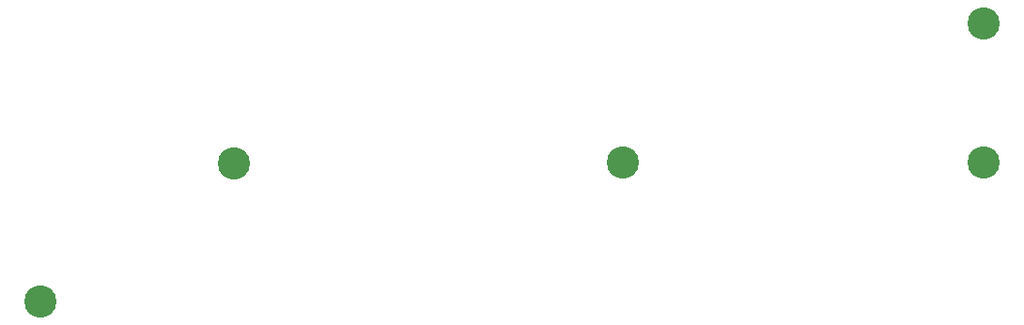
<source format=gbs>
G04*
G04 #@! TF.GenerationSoftware,Altium Limited,Altium Designer,18.0.9 (584)*
G04*
G04 Layer_Color=16711935*
%FSLAX25Y25*%
%MOIN*%
G70*
G01*
G75*
%ADD57C,0.11430*%
D57*
X344488Y108268D02*
D03*
X216543Y59055D02*
D03*
X344488D02*
D03*
X78347Y58583D02*
D03*
X9843Y9843D02*
D03*
M02*

</source>
